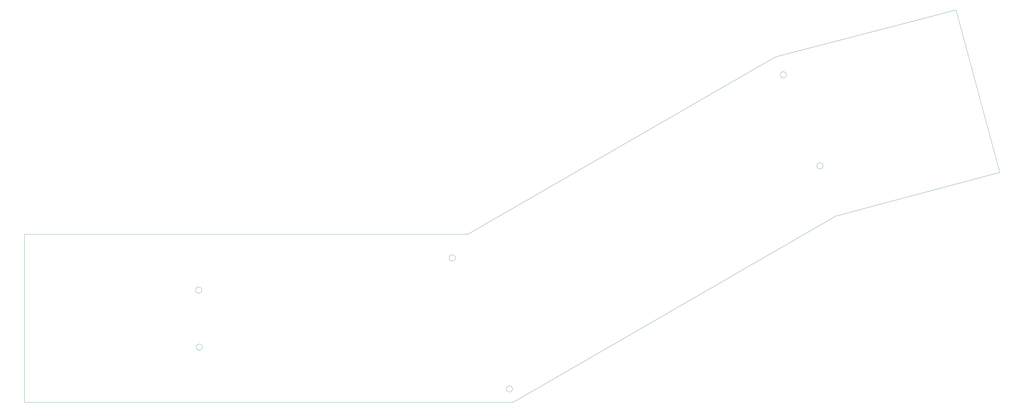
<source format=gbr>
G04 #@! TF.GenerationSoftware,KiCad,Pcbnew,(5.1.5)-3*
G04 #@! TF.CreationDate,2020-05-05T09:55:45+02:00*
G04 #@! TF.ProjectId,fr4,6672342e-6b69-4636-9164-5f7063625858,rev?*
G04 #@! TF.SameCoordinates,Original*
G04 #@! TF.FileFunction,Profile,NP*
%FSLAX46Y46*%
G04 Gerber Fmt 4.6, Leading zero omitted, Abs format (unit mm)*
G04 Created by KiCad (PCBNEW (5.1.5)-3) date 2020-05-05 09:55:45*
%MOMM*%
%LPD*%
G04 APERTURE LIST*
%ADD10C,0.050000*%
G04 APERTURE END LIST*
D10*
X243633076Y-55626000D02*
G75*
G03X243633076Y-55626000I-1037676J0D01*
G01*
X255825076Y-86055200D02*
G75*
G03X255825076Y-86055200I-1037676J0D01*
G01*
X133244676Y-116789200D02*
G75*
G03X133244676Y-116789200I-1037676J0D01*
G01*
X152294676Y-160578800D02*
G75*
G03X152294676Y-160578800I-1037676J0D01*
G01*
X48942076Y-146608800D02*
G75*
G03X48942076Y-146608800I-1037676J0D01*
G01*
X48688076Y-127558800D02*
G75*
G03X48688076Y-127558800I-1037676J0D01*
G01*
X137320020Y-108821220D02*
X-10459720Y-108828840D01*
X239920780Y-49580800D02*
X137320020Y-108821220D01*
X300194980Y-33898840D02*
X239920780Y-49583340D01*
X314721240Y-88150700D02*
X300194980Y-33898840D01*
X260065520Y-102788720D02*
X314721240Y-88150700D01*
X152514300Y-164983160D02*
X260065520Y-102788720D01*
X-10454640Y-164980620D02*
X152514300Y-164983160D01*
X-10459720Y-108828840D02*
X-10454640Y-164980620D01*
M02*

</source>
